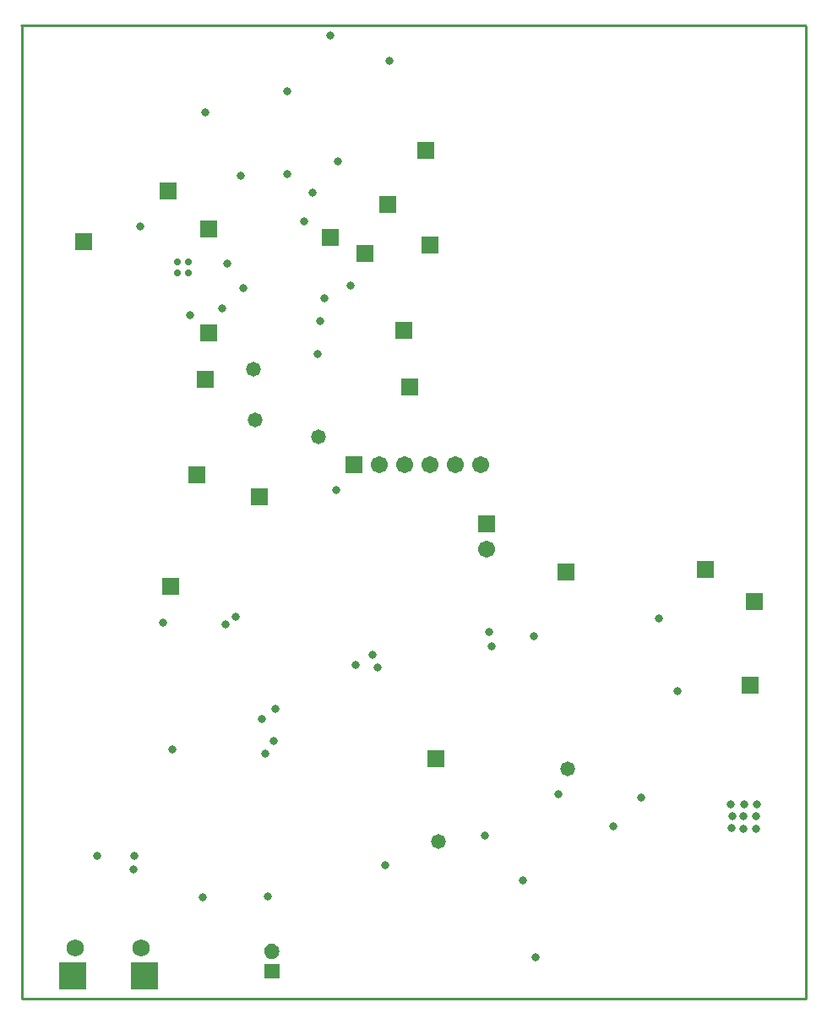
<source format=gbs>
G04 Layer_Color=16711935*
%FSLAX25Y25*%
%MOIN*%
G70*
G01*
G75*
%ADD48C,0.01000*%
%ADD103C,0.06800*%
%ADD104R,0.06706X0.06706*%
%ADD105C,0.06706*%
%ADD106R,0.10643X0.10643*%
%ADD107R,0.06706X0.06706*%
%ADD108C,0.05800*%
%ADD109C,0.03200*%
%ADD110C,0.02768*%
G36*
X101568Y7732D02*
X95631D01*
Y13668D01*
X101568D01*
Y7732D01*
D02*
G37*
G36*
X99375Y21466D02*
X100097Y21167D01*
X100717Y20691D01*
X101193Y20071D01*
X101492Y19349D01*
X101594Y18574D01*
X101492Y17799D01*
X101193Y17077D01*
X100717Y16457D01*
X100097Y15981D01*
X99375Y15682D01*
X98600Y15580D01*
X97825Y15682D01*
X97103Y15981D01*
X96483Y16457D01*
X96007Y17077D01*
X95708Y17799D01*
X95606Y18574D01*
X95708Y19349D01*
X96007Y20071D01*
X96483Y20691D01*
X97103Y21167D01*
X97825Y21466D01*
X98600Y21568D01*
X99375Y21466D01*
D02*
G37*
D48*
X0Y0D02*
Y383400D01*
X-400Y383800D02*
X0Y383400D01*
X-400Y383800D02*
X309100D01*
X309300Y383600D01*
Y0D02*
Y383600D01*
X0Y0D02*
X309300D01*
D103*
X47139Y19817D02*
D03*
X21155D02*
D03*
D104*
X135400Y293900D02*
D03*
X131000Y210700D02*
D03*
X57800Y318700D02*
D03*
X73800Y262700D02*
D03*
Y303500D02*
D03*
X69000Y206700D02*
D03*
X72200Y244300D02*
D03*
X289000Y156700D02*
D03*
X153000Y241100D02*
D03*
X214600Y168300D02*
D03*
X150600Y263500D02*
D03*
X121800Y300300D02*
D03*
X161000Y297100D02*
D03*
X144200Y313100D02*
D03*
X159400Y334700D02*
D03*
X93800Y197900D02*
D03*
X58600Y162700D02*
D03*
X269800Y169100D02*
D03*
X287400Y123500D02*
D03*
X163400Y94700D02*
D03*
X24200Y298600D02*
D03*
D105*
X141000Y210700D02*
D03*
X151000D02*
D03*
X161000D02*
D03*
X171000D02*
D03*
X181000D02*
D03*
X183400Y177300D02*
D03*
D106*
X19974Y8794D02*
D03*
X48320D02*
D03*
D107*
X183400Y187300D02*
D03*
D108*
X91900Y228300D02*
D03*
X91300Y248100D02*
D03*
X117000Y221700D02*
D03*
X164200Y61900D02*
D03*
X215400Y90700D02*
D03*
D109*
X119400Y276200D02*
D03*
X138200Y135700D02*
D03*
X140300Y130500D02*
D03*
X131811Y131584D02*
D03*
X94800Y110100D02*
D03*
X99900Y114300D02*
D03*
X96000Y96600D02*
D03*
X84400Y150500D02*
D03*
X80200Y147500D02*
D03*
X184300Y144400D02*
D03*
X124800Y330300D02*
D03*
X97100Y40200D02*
D03*
X99400Y101400D02*
D03*
X202141Y142900D02*
D03*
X251400Y149800D02*
D03*
X79000Y272300D02*
D03*
X104800Y325200D02*
D03*
X182600Y64200D02*
D03*
X143400Y52500D02*
D03*
X111400Y306500D02*
D03*
X124100Y200600D02*
D03*
X185200Y138800D02*
D03*
X116700Y254300D02*
D03*
X117700Y267300D02*
D03*
X86200Y324400D02*
D03*
X72200Y349700D02*
D03*
X121600Y379900D02*
D03*
X104800Y357800D02*
D03*
X46700Y304600D02*
D03*
X211700Y80400D02*
D03*
X55700Y148300D02*
D03*
X59200Y98300D02*
D03*
X197800Y46700D02*
D03*
X202600Y16300D02*
D03*
X129800Y281100D02*
D03*
X81000Y289900D02*
D03*
X87400Y280300D02*
D03*
X29800Y56300D02*
D03*
X114600Y317900D02*
D03*
X145000Y369900D02*
D03*
X66300Y269700D02*
D03*
X71300Y39800D02*
D03*
X44000Y50800D02*
D03*
X258700Y121100D02*
D03*
X284900Y76600D02*
D03*
X233400Y67900D02*
D03*
X244400Y79100D02*
D03*
X289700Y71800D02*
D03*
X289900Y76600D02*
D03*
X279800Y76500D02*
D03*
X280000Y67100D02*
D03*
X289600Y66800D02*
D03*
X280200Y72000D02*
D03*
X284558Y71935D02*
D03*
X284700Y66800D02*
D03*
X44200Y56300D02*
D03*
D110*
X61235Y290465D02*
D03*
X65565D02*
D03*
X61235Y286135D02*
D03*
X65565D02*
D03*
M02*

</source>
